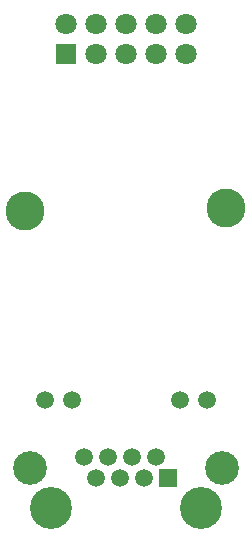
<source format=gts>
G04 #@! TF.GenerationSoftware,KiCad,Pcbnew,5.1.2*
G04 #@! TF.CreationDate,2019-05-01T14:56:28-06:00*
G04 #@! TF.ProjectId,microphone_array_adapter_board,6d696372-6f70-4686-9f6e-655f61727261,1*
G04 #@! TF.SameCoordinates,PX826a3b0PY7270e00*
G04 #@! TF.FileFunction,Soldermask,Top*
G04 #@! TF.FilePolarity,Negative*
%FSLAX46Y46*%
G04 Gerber Fmt 4.6, Leading zero omitted, Abs format (unit mm)*
G04 Created by KiCad (PCBNEW 5.1.2) date 2019-05-01 14:56:28*
%MOMM*%
%LPD*%
G04 APERTURE LIST*
%ADD10C,3.301600*%
%ADD11R,1.504800X1.504800*%
%ADD12C,1.504800*%
%ADD13C,2.854800*%
%ADD14C,3.554800*%
%ADD15C,1.804800*%
%ADD16R,1.804800X1.804800*%
G04 APERTURE END LIST*
D10*
X20750000Y30250000D03*
D11*
X15820000Y7360000D03*
D12*
X14800000Y9140000D03*
X13780000Y7360000D03*
X12770000Y9140000D03*
X11740000Y7360000D03*
X10720000Y9140000D03*
X9700000Y7360000D03*
X8680000Y9140000D03*
X5390000Y13960000D03*
X7680000Y13960000D03*
X16820000Y13960000D03*
X19110000Y13960000D03*
D13*
X4125000Y8250000D03*
X20375000Y8250000D03*
D14*
X5900000Y4820000D03*
X18600000Y4820000D03*
D15*
X17330000Y45820000D03*
X17330000Y43280000D03*
X14790000Y45820000D03*
X14790000Y43280000D03*
X12250000Y45820000D03*
X12250000Y43280000D03*
X9710000Y45820000D03*
X9710000Y43280000D03*
X7170000Y45820000D03*
D16*
X7170000Y43280000D03*
D10*
X3750000Y30000000D03*
M02*

</source>
